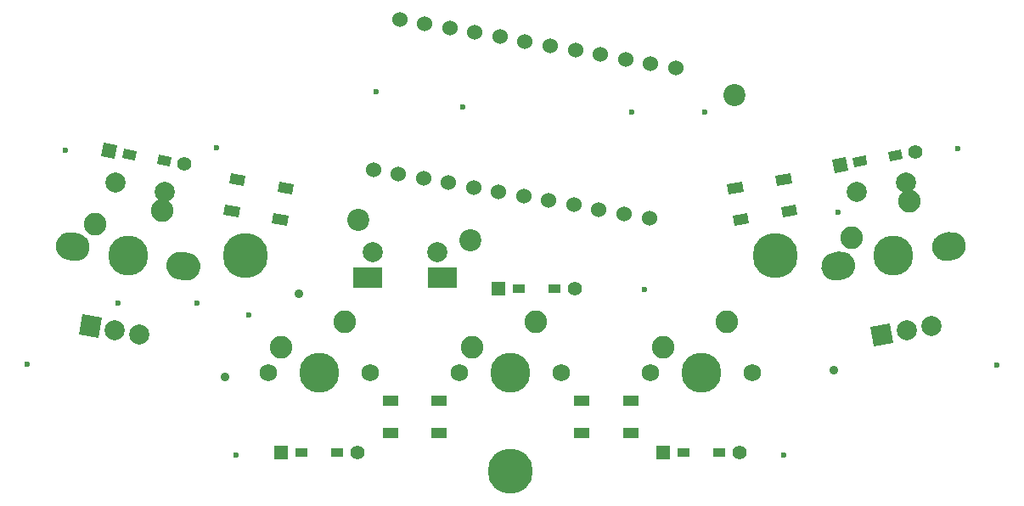
<source format=gbs>
%TF.GenerationSoftware,KiCad,Pcbnew,(5.1.9-0-10_14)*%
%TF.CreationDate,2021-06-24T13:30:28+09:00*%
%TF.ProjectId,reviung5,72657669-756e-4673-952e-6b696361645f,1*%
%TF.SameCoordinates,PX1c9c380PY1c9c380*%
%TF.FileFunction,Soldermask,Bot*%
%TF.FilePolarity,Negative*%
%FSLAX46Y46*%
G04 Gerber Fmt 4.6, Leading zero omitted, Abs format (unit mm)*
G04 Created by KiCad (PCBNEW (5.1.9-0-10_14)) date 2021-06-24 13:30:28*
%MOMM*%
%LPD*%
G01*
G04 APERTURE LIST*
%ADD10C,2.250000*%
%ADD11C,3.987800*%
%ADD12C,4.500000*%
%ADD13C,2.200000*%
%ADD14C,0.100000*%
%ADD15R,1.500000X1.000000*%
%ADD16C,2.000000*%
%ADD17C,1.397000*%
%ADD18R,1.300000X0.950000*%
%ADD19R,1.397000X1.397000*%
%ADD20R,3.000000X2.000000*%
%ADD21C,1.750000*%
%ADD22C,1.524000*%
%ADD23C,0.900000*%
%ADD24C,0.600000*%
G04 APERTURE END LIST*
D10*
%TO.C,SW5*%
X89669279Y-20166110D03*
D11*
X88050000Y-25610000D03*
D10*
X83856816Y-23770188D03*
%TD*%
%TO.C,SW1*%
X15103544Y-21058243D03*
D11*
X11720000Y-25620000D03*
D10*
X8408949Y-22456989D03*
%TD*%
D12*
%TO.C,REF\u002A\u002A*%
X76260000Y-25570000D03*
%TD*%
%TO.C,REF\u002A\u002A*%
X49860000Y-47110000D03*
%TD*%
%TO.C,REF\u002A\u002A*%
X23460000Y-25570000D03*
%TD*%
D13*
%TO.C,Ref\u002A\u002A*%
X34670000Y-22070000D03*
%TD*%
%TO.C,Ref\u002A\u002A*%
X45910000Y-24070000D03*
%TD*%
%TO.C,Ref\u002A\u002A*%
X72210000Y-9620000D03*
%TD*%
D14*
%TO.C,RGB4*%
G36*
X73496840Y-21378490D02*
G01*
X73670488Y-22363298D01*
X72193276Y-22623770D01*
X72019628Y-21638962D01*
X73496840Y-21378490D01*
G37*
G36*
X72941166Y-18227106D02*
G01*
X73114814Y-19211914D01*
X71637602Y-19472386D01*
X71463954Y-18487578D01*
X72941166Y-18227106D01*
G37*
G36*
X78322398Y-20527614D02*
G01*
X78496046Y-21512422D01*
X77018834Y-21772894D01*
X76845186Y-20788086D01*
X78322398Y-20527614D01*
G37*
G36*
X77766724Y-17376230D02*
G01*
X77940372Y-18361038D01*
X76463160Y-18621510D01*
X76289512Y-17636702D01*
X77766724Y-17376230D01*
G37*
%TD*%
D15*
%TO.C,RGB3*%
X56950000Y-43240000D03*
X56950000Y-40040000D03*
X61850000Y-43240000D03*
X61850000Y-40040000D03*
%TD*%
%TO.C,RGB2*%
X37880000Y-43240000D03*
X37880000Y-40040000D03*
X42780000Y-43240000D03*
X42780000Y-40040000D03*
%TD*%
D14*
%TO.C,RGB1*%
G36*
X22904814Y-20788086D02*
G01*
X22731166Y-21772894D01*
X21253954Y-21512422D01*
X21427602Y-20527614D01*
X22904814Y-20788086D01*
G37*
G36*
X23460488Y-17636702D02*
G01*
X23286840Y-18621510D01*
X21809628Y-18361038D01*
X21983276Y-17376230D01*
X23460488Y-17636702D01*
G37*
G36*
X27730372Y-21638962D02*
G01*
X27556724Y-22623770D01*
X26079512Y-22363298D01*
X26253160Y-21378490D01*
X27730372Y-21638962D01*
G37*
G36*
X28286046Y-18487578D02*
G01*
X28112398Y-19472386D01*
X26635186Y-19211914D01*
X26808834Y-18227106D01*
X28286046Y-18487578D01*
G37*
%TD*%
%TO.C,RESW2*%
G36*
X88068456Y-34291160D02*
G01*
X86098840Y-34638456D01*
X85751544Y-32668840D01*
X87721160Y-32321544D01*
X88068456Y-34291160D01*
G37*
D16*
X89372019Y-33045880D03*
X91834039Y-32611759D03*
G36*
G01*
X83093284Y-27958888D02*
X82502400Y-28063076D01*
G75*
G02*
X80880562Y-26927452I-243107J1378731D01*
G01*
X80880562Y-26927452D01*
G75*
G02*
X82016186Y-25305614I1378731J243107D01*
G01*
X82607070Y-25201426D01*
G75*
G02*
X84228908Y-26337050I243107J-1378731D01*
G01*
X84228908Y-26337050D01*
G75*
G02*
X83093284Y-27958888I-1378731J-243107D01*
G01*
G37*
G36*
G01*
X94123129Y-26014029D02*
X93532245Y-26118217D01*
G75*
G02*
X91910407Y-24982593I-243107J1378731D01*
G01*
X91910407Y-24982593D01*
G75*
G02*
X93046031Y-23360755I1378731J243107D01*
G01*
X93636915Y-23256567D01*
G75*
G02*
X95258753Y-24392191I243107J-1378731D01*
G01*
X95258753Y-24392191D01*
G75*
G02*
X94123129Y-26014029I-1378731J-243107D01*
G01*
G37*
X84392101Y-19200288D03*
X89316140Y-18332047D03*
%TD*%
D14*
%TO.C,RESW1*%
G36*
X8781160Y-33778456D02*
G01*
X6811544Y-33431160D01*
X7158840Y-31461544D01*
X9128456Y-31808840D01*
X8781160Y-33778456D01*
G37*
D16*
X10432019Y-33054120D03*
X12894039Y-33488241D03*
G36*
G01*
X6271792Y-26126458D02*
X5680908Y-26022270D01*
G75*
G02*
X4545284Y-24400432I243107J1378731D01*
G01*
X4545284Y-24400432D01*
G75*
G02*
X6167122Y-23264808I1378731J-243107D01*
G01*
X6758006Y-23368996D01*
G75*
G02*
X7893630Y-24990834I-243107J-1378731D01*
G01*
X7893630Y-24990834D01*
G75*
G02*
X6271792Y-26126458I-1378731J243107D01*
G01*
G37*
G36*
G01*
X17301639Y-28071317D02*
X16710755Y-27967129D01*
G75*
G02*
X15575131Y-26345291I243107J1378731D01*
G01*
X15575131Y-26345291D01*
G75*
G02*
X17196969Y-25209667I1378731J-243107D01*
G01*
X17787853Y-25313855D01*
G75*
G02*
X18923477Y-26935693I-243107J-1378731D01*
G01*
X18923477Y-26935693D01*
G75*
G02*
X17301639Y-28071317I-1378731J243107D01*
G01*
G37*
X10487899Y-18340288D03*
X15411937Y-19208528D03*
%TD*%
D14*
%TO.C,D1*%
G36*
X11129358Y-15846686D02*
G01*
X11294324Y-14911119D01*
X12574574Y-15136862D01*
X12409608Y-16072429D01*
X11129358Y-15846686D01*
G37*
G36*
X9038701Y-15704995D02*
G01*
X9281287Y-14329219D01*
X10657063Y-14571805D01*
X10414477Y-15947581D01*
X9038701Y-15704995D01*
G37*
D17*
X17352118Y-16461600D03*
D14*
G36*
X14625426Y-16463138D02*
G01*
X14790392Y-15527571D01*
X16070642Y-15753314D01*
X15905676Y-16688881D01*
X14625426Y-16463138D01*
G37*
%TD*%
D18*
%TO.C,D2*%
X32575000Y-45250000D03*
D17*
X34610000Y-45250000D03*
D19*
X26990000Y-45250000D03*
D18*
X29025000Y-45250000D03*
%TD*%
%TO.C,D3*%
X50725000Y-28920000D03*
D19*
X48690000Y-28920000D03*
D17*
X56310000Y-28920000D03*
D18*
X54275000Y-28920000D03*
%TD*%
%TO.C,D4*%
X70675000Y-45250000D03*
D17*
X72710000Y-45250000D03*
D19*
X65090000Y-45250000D03*
D18*
X67125000Y-45250000D03*
%TD*%
D14*
%TO.C,D5*%
G36*
X84174324Y-16778881D02*
G01*
X84009358Y-15843314D01*
X85289608Y-15617571D01*
X85454574Y-16553138D01*
X84174324Y-16778881D01*
G37*
G36*
X82161287Y-17360781D02*
G01*
X81918701Y-15985005D01*
X83294477Y-15742419D01*
X83537063Y-17118195D01*
X82161287Y-17360781D01*
G37*
D17*
X90232118Y-15228400D03*
D14*
G36*
X87670392Y-16162429D02*
G01*
X87505426Y-15226862D01*
X88785676Y-15001119D01*
X88950642Y-15936686D01*
X87670392Y-16162429D01*
G37*
%TD*%
D20*
%TO.C,reset1*%
X35610000Y-27750000D03*
X43110000Y-27750000D03*
D16*
X42610000Y-25250000D03*
X36110000Y-25250000D03*
%TD*%
D21*
%TO.C,SW2*%
X35880000Y-37300000D03*
X25720000Y-37300000D03*
D10*
X26990000Y-34760000D03*
D11*
X30800000Y-37300000D03*
D10*
X33340000Y-32220000D03*
%TD*%
%TO.C,SW3*%
X52390000Y-32220000D03*
D11*
X49850000Y-37300000D03*
D10*
X46040000Y-34760000D03*
D21*
X44770000Y-37300000D03*
X54930000Y-37300000D03*
%TD*%
%TO.C,SW4*%
X73980000Y-37300000D03*
X63820000Y-37300000D03*
D10*
X65090000Y-34760000D03*
D11*
X68900000Y-37300000D03*
D10*
X71440000Y-32220000D03*
%TD*%
D22*
%TO.C,U1*%
X38823659Y-2020156D03*
X41325071Y-2461222D03*
X43826482Y-2902289D03*
X46327894Y-3343355D03*
X48829306Y-3784421D03*
X51330718Y-4225488D03*
X53832129Y-4666554D03*
X56333541Y-5107621D03*
X58834953Y-5548687D03*
X61336364Y-5989753D03*
X63837776Y-6430820D03*
X66339188Y-6871886D03*
X63696262Y-21860660D03*
X61194851Y-21419594D03*
X58693439Y-20978527D03*
X56192027Y-20537461D03*
X53690616Y-20096395D03*
X51189204Y-19655328D03*
X48687792Y-19214262D03*
X46186381Y-18773195D03*
X43684969Y-18332129D03*
X41183557Y-17891063D03*
X38682146Y-17449996D03*
X36180734Y-17008930D03*
%TD*%
D23*
X28800000Y-29400000D03*
X21400000Y-37700000D03*
X82100000Y-37000000D03*
D24*
X5450000Y-15100000D03*
X1700000Y-36400000D03*
X22500000Y-45500000D03*
X77150000Y-45450000D03*
X98350000Y-36550000D03*
X94450000Y-14900000D03*
X36500000Y-9250000D03*
X20550000Y-14850000D03*
X62000000Y-11250000D03*
X69250000Y-11250000D03*
X63250000Y-29000000D03*
X82500000Y-21250000D03*
X23800000Y-31550000D03*
X10700000Y-30300000D03*
X18600000Y-30300000D03*
X45100000Y-10800000D03*
M02*

</source>
